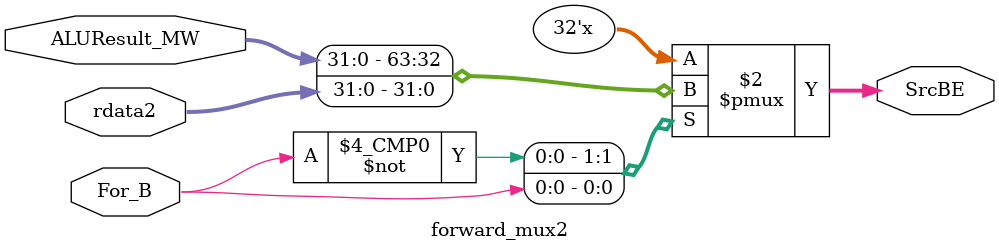
<source format=sv>
module forward_mux2(
  input  logic [31:0] rdata2, ALUResult_MW,
  input  logic For_B,
  output logic [31:0] SrcBE
);
always_comb begin
    case (For_B)
        1'b0 : SrcBE = ALUResult_MW;
        1'b1 : SrcBE = rdata2;
    default  : SrcBE = rdata2;
    endcase
end

endmodule
</source>
